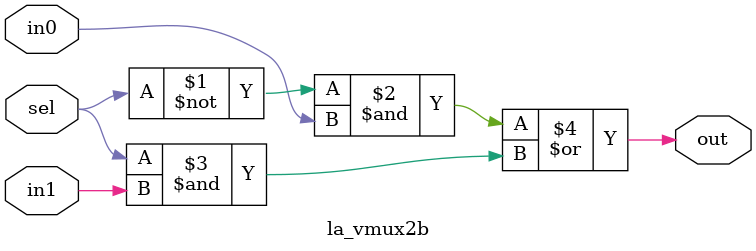
<source format=v>

module la_vmux2b #(parameter W = 1,           // width of mux
                   parameter PROP = "DEFAULT" // cell property
                   )
   (
    input          sel,
    input [W-1:0]  in1,
    input [W-1:0]  in0,
    output [W-1:0] out
    );

   assign out[W-1:0] = (({(W) {~sel}} & in0[W-1:0]) |
                        ({(W) {sel}}  & in1[W-1:0]));

endmodule

</source>
